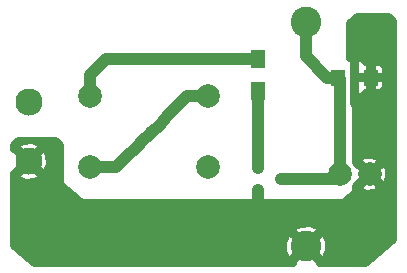
<source format=gtl>
G04 #@! TF.FileFunction,Copper,L1,Top,Signal*
%FSLAX46Y46*%
G04 Gerber Fmt 4.6, Leading zero omitted, Abs format (unit mm)*
G04 Created by KiCad (PCBNEW 4.0.1-stable) date 3/11/2016 2:16:34 AM*
%MOMM*%
G01*
G04 APERTURE LIST*
%ADD10C,0.100000*%
%ADD11C,2.000000*%
%ADD12R,1.200000X1.400000*%
%ADD13R,0.800000X2.100000*%
%ADD14C,2.300000*%
%ADD15R,0.800100X0.800100*%
%ADD16R,1.300000X1.500000*%
%ADD17C,2.600000*%
%ADD18C,1.000000*%
%ADD19C,1.000000*%
%ADD20C,0.500000*%
G04 APERTURE END LIST*
D10*
D11*
X166870000Y-108600000D03*
X164330000Y-108600000D03*
D12*
X167000000Y-100400000D03*
X164200000Y-100400000D03*
D13*
X165600000Y-100400000D03*
D14*
X138000000Y-107500000D03*
X138000000Y-102500000D03*
D15*
X157399240Y-108050000D03*
X157399240Y-109950000D03*
X159398220Y-109000000D03*
D16*
X157400000Y-101550000D03*
X157400000Y-98850000D03*
D11*
X143200000Y-102000000D03*
X143200000Y-108000000D03*
X153200000Y-102000000D03*
X153200000Y-108000000D03*
D17*
X161500000Y-95700000D03*
X161500000Y-114700000D03*
D18*
X162000000Y-109000000D03*
X160800000Y-109000000D03*
X146000000Y-107400000D03*
X150900000Y-102500000D03*
X148400000Y-105000000D03*
D19*
X157399240Y-109950000D02*
X157399240Y-111899240D01*
X157399240Y-111899240D02*
X157400000Y-111900000D01*
X166870000Y-100530000D02*
X167000000Y-100400000D01*
X166870000Y-100530000D02*
X167000000Y-100400000D01*
X160800000Y-109000000D02*
X162000000Y-109000000D01*
X162000000Y-109000000D02*
X163930000Y-109000000D01*
X163930000Y-109000000D02*
X164330000Y-108600000D01*
X159398220Y-109000000D02*
X160800000Y-109000000D01*
X164200000Y-100400000D02*
X163300000Y-100400000D01*
X161500000Y-98600000D02*
X161500000Y-95700000D01*
X163300000Y-100400000D02*
X161500000Y-98600000D01*
X164330000Y-108600000D02*
X164330000Y-100530000D01*
X164330000Y-100530000D02*
X164200000Y-100400000D01*
X148428732Y-105028732D02*
X148428732Y-105030585D01*
X148400000Y-105000000D02*
X148428732Y-105028732D01*
X143200000Y-108000000D02*
X145400000Y-108000000D01*
X145400000Y-108000000D02*
X146000000Y-107400000D01*
X151400000Y-102000000D02*
X153200000Y-102000000D01*
X149800000Y-103600000D02*
X150900000Y-102500000D01*
X148428732Y-105030585D02*
X149100000Y-104400000D01*
X149100000Y-104400000D02*
X149800000Y-103600000D01*
X150900000Y-102500000D02*
X151400000Y-102000000D01*
X146000000Y-107400000D02*
X147400000Y-106000000D01*
X147450000Y-105950000D02*
X148428732Y-105030585D01*
X147400000Y-106000000D02*
X147450000Y-105950000D01*
X157399240Y-108050000D02*
X157399240Y-101550760D01*
X157399240Y-101550760D02*
X157400000Y-101550000D01*
X143200000Y-102000000D02*
X143200000Y-100200000D01*
X144550000Y-98850000D02*
X157400000Y-98850000D01*
X143200000Y-100200000D02*
X144550000Y-98850000D01*
D20*
G36*
X168950000Y-95603554D02*
X168950000Y-114183504D01*
X166608933Y-116150000D01*
X162567295Y-116150000D01*
X162625925Y-116038057D01*
X161500000Y-114912132D01*
X160374075Y-116038057D01*
X160432705Y-116150000D01*
X138487695Y-116150000D01*
X136650000Y-114679844D01*
X136650000Y-114406915D01*
X159636665Y-114406915D01*
X159666344Y-115142292D01*
X159890662Y-115683843D01*
X160161943Y-115825925D01*
X161287868Y-114700000D01*
X161712132Y-114700000D01*
X162838057Y-115825925D01*
X163109338Y-115683843D01*
X163363335Y-114993085D01*
X163333656Y-114257708D01*
X163109338Y-113716157D01*
X162838057Y-113574075D01*
X161712132Y-114700000D01*
X161287868Y-114700000D01*
X160161943Y-113574075D01*
X159890662Y-113716157D01*
X159636665Y-114406915D01*
X136650000Y-114406915D01*
X136650000Y-113361943D01*
X160374075Y-113361943D01*
X161500000Y-114487868D01*
X162625925Y-113361943D01*
X162483843Y-113090662D01*
X161793085Y-112836665D01*
X161057708Y-112866344D01*
X160516157Y-113090662D01*
X160374075Y-113361943D01*
X136650000Y-113361943D01*
X136650000Y-108729475D01*
X136982657Y-108729475D01*
X137106364Y-108985180D01*
X137742742Y-109214107D01*
X138418285Y-109182077D01*
X138893636Y-108985180D01*
X139017343Y-108729475D01*
X138000000Y-107712132D01*
X136982657Y-108729475D01*
X136650000Y-108729475D01*
X136650000Y-108459034D01*
X136770525Y-108517343D01*
X137787868Y-107500000D01*
X138212132Y-107500000D01*
X139229475Y-108517343D01*
X139485180Y-108393636D01*
X139714107Y-107757258D01*
X139682077Y-107081715D01*
X139485180Y-106606364D01*
X139229475Y-106482657D01*
X138212132Y-107500000D01*
X137787868Y-107500000D01*
X136770525Y-106482657D01*
X136650000Y-106540966D01*
X136650000Y-106270525D01*
X136982657Y-106270525D01*
X138000000Y-107287868D01*
X139017343Y-106270525D01*
X138893636Y-106014820D01*
X138257258Y-105785893D01*
X137581715Y-105817923D01*
X137106364Y-106014820D01*
X136982657Y-106270525D01*
X136650000Y-106270525D01*
X136650000Y-106103554D01*
X137103554Y-105650000D01*
X140296446Y-105650000D01*
X140750000Y-106103554D01*
X140750000Y-109300000D01*
X140769696Y-109397264D01*
X140835374Y-109488144D01*
X142435374Y-110888144D01*
X142521543Y-110937370D01*
X142600000Y-110950000D01*
X164500000Y-110950000D01*
X164597264Y-110930304D01*
X164653485Y-110897338D01*
X165553485Y-110197338D01*
X165618168Y-110122076D01*
X165650000Y-110000000D01*
X165650000Y-109720798D01*
X165961334Y-109720798D01*
X166066631Y-109960939D01*
X166648592Y-110164779D01*
X167264261Y-110130396D01*
X167673369Y-109960939D01*
X167778666Y-109720798D01*
X166870000Y-108812132D01*
X165961334Y-109720798D01*
X165650000Y-109720798D01*
X165650000Y-109543072D01*
X165685623Y-109507511D01*
X165695010Y-109484904D01*
X165749202Y-109508666D01*
X166657868Y-108600000D01*
X167082132Y-108600000D01*
X167990798Y-109508666D01*
X168230939Y-109403369D01*
X168434779Y-108821408D01*
X168400396Y-108205739D01*
X168230939Y-107796631D01*
X167990798Y-107691334D01*
X167082132Y-108600000D01*
X166657868Y-108600000D01*
X165749202Y-107691334D01*
X165695482Y-107714889D01*
X165687205Y-107694857D01*
X165650000Y-107657587D01*
X165650000Y-107479202D01*
X165961334Y-107479202D01*
X166870000Y-108387868D01*
X167778666Y-107479202D01*
X167673369Y-107239061D01*
X167091408Y-107035221D01*
X166475739Y-107069604D01*
X166066631Y-107239061D01*
X165961334Y-107479202D01*
X165650000Y-107479202D01*
X165650000Y-103000000D01*
X165618539Y-102878589D01*
X165430000Y-102539219D01*
X165430000Y-101882500D01*
X165450000Y-101862500D01*
X165450000Y-100550000D01*
X165750000Y-100550000D01*
X165750000Y-101862500D01*
X165887500Y-102000000D01*
X166109402Y-102000000D01*
X166311550Y-101916267D01*
X166466268Y-101761550D01*
X166512473Y-101650000D01*
X166712500Y-101650000D01*
X166850000Y-101512500D01*
X166850000Y-100550000D01*
X167150000Y-100550000D01*
X167150000Y-101512500D01*
X167287500Y-101650000D01*
X167709402Y-101650000D01*
X167911550Y-101566267D01*
X168066268Y-101411550D01*
X168150000Y-101209402D01*
X168150000Y-100687500D01*
X168012500Y-100550000D01*
X167150000Y-100550000D01*
X166850000Y-100550000D01*
X165750000Y-100550000D01*
X165450000Y-100550000D01*
X165430000Y-100550000D01*
X165430000Y-100250000D01*
X165450000Y-100250000D01*
X165450000Y-98937500D01*
X165750000Y-98937500D01*
X165750000Y-100250000D01*
X166850000Y-100250000D01*
X166850000Y-99287500D01*
X167150000Y-99287500D01*
X167150000Y-100250000D01*
X168012500Y-100250000D01*
X168150000Y-100112500D01*
X168150000Y-99590598D01*
X168066268Y-99388450D01*
X167911550Y-99233733D01*
X167709402Y-99150000D01*
X167287500Y-99150000D01*
X167150000Y-99287500D01*
X166850000Y-99287500D01*
X166712500Y-99150000D01*
X166512473Y-99150000D01*
X166466268Y-99038450D01*
X166311550Y-98883733D01*
X166109402Y-98800000D01*
X165887500Y-98800000D01*
X165750000Y-98937500D01*
X165450000Y-98937500D01*
X165312500Y-98800000D01*
X165150000Y-98800000D01*
X165150000Y-95803554D01*
X165803554Y-95150000D01*
X168496446Y-95150000D01*
X168950000Y-95603554D01*
X168950000Y-95603554D01*
G37*
X168950000Y-95603554D02*
X168950000Y-114183504D01*
X166608933Y-116150000D01*
X162567295Y-116150000D01*
X162625925Y-116038057D01*
X161500000Y-114912132D01*
X160374075Y-116038057D01*
X160432705Y-116150000D01*
X138487695Y-116150000D01*
X136650000Y-114679844D01*
X136650000Y-114406915D01*
X159636665Y-114406915D01*
X159666344Y-115142292D01*
X159890662Y-115683843D01*
X160161943Y-115825925D01*
X161287868Y-114700000D01*
X161712132Y-114700000D01*
X162838057Y-115825925D01*
X163109338Y-115683843D01*
X163363335Y-114993085D01*
X163333656Y-114257708D01*
X163109338Y-113716157D01*
X162838057Y-113574075D01*
X161712132Y-114700000D01*
X161287868Y-114700000D01*
X160161943Y-113574075D01*
X159890662Y-113716157D01*
X159636665Y-114406915D01*
X136650000Y-114406915D01*
X136650000Y-113361943D01*
X160374075Y-113361943D01*
X161500000Y-114487868D01*
X162625925Y-113361943D01*
X162483843Y-113090662D01*
X161793085Y-112836665D01*
X161057708Y-112866344D01*
X160516157Y-113090662D01*
X160374075Y-113361943D01*
X136650000Y-113361943D01*
X136650000Y-108729475D01*
X136982657Y-108729475D01*
X137106364Y-108985180D01*
X137742742Y-109214107D01*
X138418285Y-109182077D01*
X138893636Y-108985180D01*
X139017343Y-108729475D01*
X138000000Y-107712132D01*
X136982657Y-108729475D01*
X136650000Y-108729475D01*
X136650000Y-108459034D01*
X136770525Y-108517343D01*
X137787868Y-107500000D01*
X138212132Y-107500000D01*
X139229475Y-108517343D01*
X139485180Y-108393636D01*
X139714107Y-107757258D01*
X139682077Y-107081715D01*
X139485180Y-106606364D01*
X139229475Y-106482657D01*
X138212132Y-107500000D01*
X137787868Y-107500000D01*
X136770525Y-106482657D01*
X136650000Y-106540966D01*
X136650000Y-106270525D01*
X136982657Y-106270525D01*
X138000000Y-107287868D01*
X139017343Y-106270525D01*
X138893636Y-106014820D01*
X138257258Y-105785893D01*
X137581715Y-105817923D01*
X137106364Y-106014820D01*
X136982657Y-106270525D01*
X136650000Y-106270525D01*
X136650000Y-106103554D01*
X137103554Y-105650000D01*
X140296446Y-105650000D01*
X140750000Y-106103554D01*
X140750000Y-109300000D01*
X140769696Y-109397264D01*
X140835374Y-109488144D01*
X142435374Y-110888144D01*
X142521543Y-110937370D01*
X142600000Y-110950000D01*
X164500000Y-110950000D01*
X164597264Y-110930304D01*
X164653485Y-110897338D01*
X165553485Y-110197338D01*
X165618168Y-110122076D01*
X165650000Y-110000000D01*
X165650000Y-109720798D01*
X165961334Y-109720798D01*
X166066631Y-109960939D01*
X166648592Y-110164779D01*
X167264261Y-110130396D01*
X167673369Y-109960939D01*
X167778666Y-109720798D01*
X166870000Y-108812132D01*
X165961334Y-109720798D01*
X165650000Y-109720798D01*
X165650000Y-109543072D01*
X165685623Y-109507511D01*
X165695010Y-109484904D01*
X165749202Y-109508666D01*
X166657868Y-108600000D01*
X167082132Y-108600000D01*
X167990798Y-109508666D01*
X168230939Y-109403369D01*
X168434779Y-108821408D01*
X168400396Y-108205739D01*
X168230939Y-107796631D01*
X167990798Y-107691334D01*
X167082132Y-108600000D01*
X166657868Y-108600000D01*
X165749202Y-107691334D01*
X165695482Y-107714889D01*
X165687205Y-107694857D01*
X165650000Y-107657587D01*
X165650000Y-107479202D01*
X165961334Y-107479202D01*
X166870000Y-108387868D01*
X167778666Y-107479202D01*
X167673369Y-107239061D01*
X167091408Y-107035221D01*
X166475739Y-107069604D01*
X166066631Y-107239061D01*
X165961334Y-107479202D01*
X165650000Y-107479202D01*
X165650000Y-103000000D01*
X165618539Y-102878589D01*
X165430000Y-102539219D01*
X165430000Y-101882500D01*
X165450000Y-101862500D01*
X165450000Y-100550000D01*
X165750000Y-100550000D01*
X165750000Y-101862500D01*
X165887500Y-102000000D01*
X166109402Y-102000000D01*
X166311550Y-101916267D01*
X166466268Y-101761550D01*
X166512473Y-101650000D01*
X166712500Y-101650000D01*
X166850000Y-101512500D01*
X166850000Y-100550000D01*
X167150000Y-100550000D01*
X167150000Y-101512500D01*
X167287500Y-101650000D01*
X167709402Y-101650000D01*
X167911550Y-101566267D01*
X168066268Y-101411550D01*
X168150000Y-101209402D01*
X168150000Y-100687500D01*
X168012500Y-100550000D01*
X167150000Y-100550000D01*
X166850000Y-100550000D01*
X165750000Y-100550000D01*
X165450000Y-100550000D01*
X165430000Y-100550000D01*
X165430000Y-100250000D01*
X165450000Y-100250000D01*
X165450000Y-98937500D01*
X165750000Y-98937500D01*
X165750000Y-100250000D01*
X166850000Y-100250000D01*
X166850000Y-99287500D01*
X167150000Y-99287500D01*
X167150000Y-100250000D01*
X168012500Y-100250000D01*
X168150000Y-100112500D01*
X168150000Y-99590598D01*
X168066268Y-99388450D01*
X167911550Y-99233733D01*
X167709402Y-99150000D01*
X167287500Y-99150000D01*
X167150000Y-99287500D01*
X166850000Y-99287500D01*
X166712500Y-99150000D01*
X166512473Y-99150000D01*
X166466268Y-99038450D01*
X166311550Y-98883733D01*
X166109402Y-98800000D01*
X165887500Y-98800000D01*
X165750000Y-98937500D01*
X165450000Y-98937500D01*
X165312500Y-98800000D01*
X165150000Y-98800000D01*
X165150000Y-95803554D01*
X165803554Y-95150000D01*
X168496446Y-95150000D01*
X168950000Y-95603554D01*
M02*

</source>
